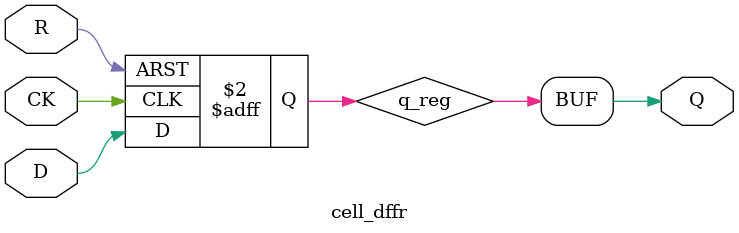
<source format=v>

module cell_dffr (
    input   CK,
    input   D,
    input   R,      // active HIGH reset
    output  Q
);

reg q_reg;

assign Q = q_reg;

always @(posedge CK or posedge R)
begin
    if (R) begin
        q_reg <= 1'b0;
    end
    else begin
        q_reg <= D;
    end
end

endmodule

</source>
